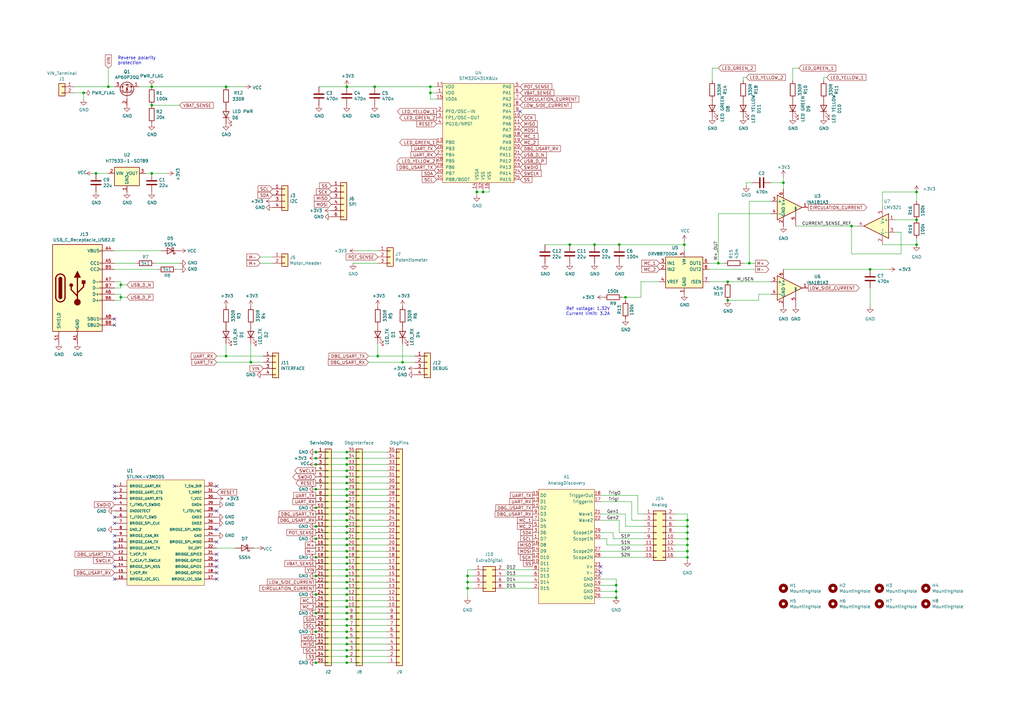
<source format=kicad_sch>
(kicad_sch (version 20211123) (generator eeschema)
  (paper "A3")
  (junction (at 191.77 241.3))
  (junction (at 191.77 236.22))
  (junction (at 165.1 148.59))
  (junction (at 142.24 218.44))
  (junction (at 62.23 71.12))
  (junction (at 142.24 261.62))
  (junction (at 243.84 100.33))
  (junction (at 307.34 107.95))
  (junction (at 129.54 259.08))
  (junction (at 142.24 256.54))
  (junction (at 195.58 78.74))
  (junction (at 142.24 223.52))
  (junction (at 142.24 198.12))
  (junction (at 142.24 205.74))
  (junction (at 281.94 215.9))
  (junction (at 254 100.33))
  (junction (at 191.77 238.76))
  (junction (at 176.53 35.56))
  (junction (at 129.54 228.6))
  (junction (at 153.67 35.56))
  (junction (at 142.24 226.06))
  (junction (at 49.53 116.84))
  (junction (at 142.24 233.68))
  (junction (at 256.54 121.92))
  (junction (at 281.94 228.6))
  (junction (at 142.24 185.42))
  (junction (at 142.24 251.46))
  (junction (at 281.94 218.44))
  (junction (at 142.24 271.78))
  (junction (at 102.87 148.59))
  (junction (at 142.24 269.24))
  (junction (at 375.92 78.74))
  (junction (at 142.24 236.22))
  (junction (at 129.54 187.96))
  (junction (at 142.24 213.36))
  (junction (at 298.45 115.57))
  (junction (at 129.54 185.42))
  (junction (at 62.23 43.18))
  (junction (at 92.71 146.05))
  (junction (at 129.54 208.28))
  (junction (at 142.24 220.98))
  (junction (at 375.92 90.17))
  (junction (at 142.24 246.38))
  (junction (at 142.24 248.92))
  (junction (at 356.87 110.49))
  (junction (at 129.54 220.98))
  (junction (at 129.54 243.84))
  (junction (at 142.24 241.3))
  (junction (at 252.73 240.03))
  (junction (at 142.24 187.96))
  (junction (at 154.94 146.05))
  (junction (at 321.31 74.93))
  (junction (at 92.71 35.56))
  (junction (at 252.73 245.11))
  (junction (at 281.94 220.98))
  (junction (at 142.24 208.28))
  (junction (at 142.24 259.08))
  (junction (at 375.92 100.33))
  (junction (at 142.24 210.82))
  (junction (at 349.25 92.71))
  (junction (at 176.53 38.1))
  (junction (at 129.54 236.22))
  (junction (at 252.73 242.57))
  (junction (at 281.94 226.06))
  (junction (at 142.24 243.84))
  (junction (at 298.45 123.19))
  (junction (at 142.24 231.14))
  (junction (at 142.24 190.5))
  (junction (at 129.54 215.9))
  (junction (at 129.54 190.5))
  (junction (at 39.37 71.12))
  (junction (at 142.24 215.9))
  (junction (at 142.24 266.7))
  (junction (at 142.24 200.66))
  (junction (at 129.54 251.46))
  (junction (at 142.24 254))
  (junction (at 198.12 78.74))
  (junction (at 142.24 228.6))
  (junction (at 142.24 195.58))
  (junction (at 142.24 203.2))
  (junction (at 142.24 238.76))
  (junction (at 44.45 35.56))
  (junction (at 233.68 100.33))
  (junction (at 49.53 121.92))
  (junction (at 294.64 107.95))
  (junction (at 281.94 213.36))
  (junction (at 280.67 100.33))
  (junction (at 129.54 200.66))
  (junction (at 62.23 35.56))
  (junction (at 142.24 193.04))
  (junction (at 281.94 223.52))
  (junction (at 129.54 271.78))
  (junction (at 34.29 38.1))
  (junction (at 142.24 264.16))
  (junction (at 142.24 35.56))
  (no_connect (at 46.99 201.93))
  (no_connect (at 88.9 217.17))
  (no_connect (at 246.38 232.41))
  (no_connect (at 246.38 234.95))
  (no_connect (at 46.99 237.49))
  (no_connect (at 46.99 222.25))
  (no_connect (at 46.99 133.35))
  (no_connect (at 88.9 232.41))
  (no_connect (at 88.9 227.33))
  (no_connect (at 46.99 219.71))
  (no_connect (at 88.9 229.87))
  (no_connect (at 46.99 199.39))
  (no_connect (at 46.99 204.47))
  (no_connect (at 88.9 237.49))
  (no_connect (at 88.9 222.25))
  (no_connect (at 88.9 199.39))
  (no_connect (at 46.99 214.63))
  (no_connect (at 46.99 224.79))
  (no_connect (at 46.99 232.41))
  (no_connect (at 46.99 130.81))
  (no_connect (at 213.36 45.72))
  (no_connect (at 88.9 234.95))
  (no_connect (at 88.9 209.55))
  (no_connect (at 46.99 212.09))
  (wire (pts (xy 251.46 220.98) (xy 264.16 220.98)))
  (wire (pts (xy 195.58 78.74) (xy 195.58 77.47)))
  (wire (pts (xy 165.1 148.59) (xy 151.13 148.59)))
  (wire (pts (xy 30.48 38.1) (xy 34.29 38.1)))
  (wire (pts (xy 142.24 220.98) (xy 158.75 220.98)))
  (wire (pts (xy 46.99 102.87) (xy 66.04 102.87)))
  (wire (pts (xy 327.66 27.94) (xy 325.12 27.94)))
  (wire (pts (xy 304.8 107.95) (xy 307.34 107.95)))
  (wire (pts (xy 129.54 208.28) (xy 142.24 208.28)))
  (wire (pts (xy 176.53 38.1) (xy 176.53 35.56)))
  (wire (pts (xy 154.94 146.05) (xy 170.18 146.05)))
  (wire (pts (xy 316.23 120.65) (xy 311.15 120.65)))
  (wire (pts (xy 49.53 118.11) (xy 46.99 118.11)))
  (wire (pts (xy 304.8 31.75) (xy 304.8 33.02)))
  (wire (pts (xy 55.88 107.95) (xy 46.99 107.95)))
  (wire (pts (xy 294.64 87.63) (xy 316.23 87.63)))
  (wire (pts (xy 246.38 240.03) (xy 252.73 240.03)))
  (wire (pts (xy 142.24 218.44) (xy 158.75 218.44)))
  (wire (pts (xy 306.07 31.75) (xy 304.8 31.75)))
  (wire (pts (xy 154.94 140.97) (xy 154.94 146.05)))
  (wire (pts (xy 142.24 256.54) (xy 158.75 256.54)))
  (wire (pts (xy 281.94 228.6) (xy 281.94 229.87)))
  (wire (pts (xy 57.15 35.56) (xy 62.23 35.56)))
  (wire (pts (xy 73.66 107.95) (xy 63.5 107.95)))
  (wire (pts (xy 142.24 261.62) (xy 158.75 261.62)))
  (wire (pts (xy 194.31 233.68) (xy 191.77 233.68)))
  (wire (pts (xy 107.95 148.59) (xy 102.87 148.59)))
  (wire (pts (xy 142.24 241.3) (xy 158.75 241.3)))
  (wire (pts (xy 246.38 237.49) (xy 252.73 237.49)))
  (wire (pts (xy 129.54 200.66) (xy 142.24 200.66)))
  (wire (pts (xy 142.24 264.16) (xy 158.75 264.16)))
  (wire (pts (xy 49.53 121.92) (xy 49.53 123.19)))
  (wire (pts (xy 129.54 233.68) (xy 142.24 233.68)))
  (wire (pts (xy 62.23 71.12) (xy 68.58 71.12)))
  (wire (pts (xy 129.54 218.44) (xy 142.24 218.44)))
  (wire (pts (xy 142.24 254) (xy 158.75 254)))
  (wire (pts (xy 233.68 100.33) (xy 243.84 100.33)))
  (wire (pts (xy 129.54 236.22) (xy 142.24 236.22)))
  (wire (pts (xy 349.25 92.71) (xy 349.25 104.14)))
  (wire (pts (xy 92.71 146.05) (xy 107.95 146.05)))
  (wire (pts (xy 276.86 228.6) (xy 281.94 228.6)))
  (wire (pts (xy 321.31 74.93) (xy 316.23 74.93)))
  (wire (pts (xy 325.12 27.94) (xy 325.12 33.02)))
  (wire (pts (xy 321.31 77.47) (xy 321.31 74.93)))
  (wire (pts (xy 281.94 223.52) (xy 281.94 226.06)))
  (wire (pts (xy 129.54 261.62) (xy 142.24 261.62)))
  (wire (pts (xy 243.84 100.33) (xy 254 100.33)))
  (wire (pts (xy 246.38 228.6) (xy 264.16 228.6)))
  (wire (pts (xy 294.64 107.95) (xy 297.18 107.95)))
  (wire (pts (xy 92.71 35.56) (xy 100.33 35.56)))
  (wire (pts (xy 142.24 243.84) (xy 158.75 243.84)))
  (wire (pts (xy 165.1 140.97) (xy 165.1 148.59)))
  (wire (pts (xy 102.87 148.59) (xy 88.9 148.59)))
  (wire (pts (xy 49.53 121.92) (xy 52.07 121.92)))
  (wire (pts (xy 129.54 248.92) (xy 142.24 248.92)))
  (wire (pts (xy 246.38 242.57) (xy 252.73 242.57)))
  (wire (pts (xy 46.99 35.56) (xy 44.45 35.56)))
  (wire (pts (xy 129.54 231.14) (xy 142.24 231.14)))
  (wire (pts (xy 369.57 95.25) (xy 367.03 95.25)))
  (wire (pts (xy 276.86 218.44) (xy 281.94 218.44)))
  (wire (pts (xy 256.54 215.9) (xy 264.16 215.9)))
  (wire (pts (xy 356.87 118.11) (xy 356.87 125.73)))
  (wire (pts (xy 246.38 220.98) (xy 248.92 220.98)))
  (wire (pts (xy 105.41 224.79) (xy 104.14 224.79)))
  (wire (pts (xy 281.94 220.98) (xy 281.94 223.52)))
  (wire (pts (xy 191.77 236.22) (xy 191.77 238.76)))
  (wire (pts (xy 262.89 115.57) (xy 270.51 115.57)))
  (wire (pts (xy 252.73 240.03) (xy 252.73 242.57)))
  (wire (pts (xy 276.86 223.52) (xy 281.94 223.52)))
  (wire (pts (xy 191.77 233.68) (xy 191.77 236.22)))
  (wire (pts (xy 351.79 92.71) (xy 349.25 92.71)))
  (wire (pts (xy 276.86 213.36) (xy 281.94 213.36)))
  (wire (pts (xy 280.67 102.87) (xy 280.67 100.33)))
  (wire (pts (xy 129.54 269.24) (xy 142.24 269.24)))
  (wire (pts (xy 337.82 31.75) (xy 337.82 33.02)))
  (wire (pts (xy 294.64 87.63) (xy 294.64 107.95)))
  (wire (pts (xy 307.34 82.55) (xy 307.34 107.95)))
  (wire (pts (xy 252.73 242.57) (xy 252.73 245.11)))
  (wire (pts (xy 281.94 215.9) (xy 281.94 218.44)))
  (wire (pts (xy 321.31 72.39) (xy 321.31 74.93)))
  (wire (pts (xy 39.37 71.12) (xy 44.45 71.12)))
  (wire (pts (xy 153.67 35.56) (xy 176.53 35.56)))
  (wire (pts (xy 369.57 104.14) (xy 369.57 95.25)))
  (wire (pts (xy 151.13 146.05) (xy 154.94 146.05)))
  (wire (pts (xy 142.24 35.56) (xy 153.67 35.56)))
  (wire (pts (xy 142.24 200.66) (xy 158.75 200.66)))
  (wire (pts (xy 49.53 116.84) (xy 52.07 116.84)))
  (wire (pts (xy 254 100.33) (xy 280.67 100.33)))
  (wire (pts (xy 49.53 116.84) (xy 49.53 118.11)))
  (wire (pts (xy 142.24 251.46) (xy 158.75 251.46)))
  (wire (pts (xy 129.54 213.36) (xy 142.24 213.36)))
  (wire (pts (xy 154.94 107.95) (xy 144.78 107.95)))
  (wire (pts (xy 129.54 195.58) (xy 142.24 195.58)))
  (wire (pts (xy 256.54 121.92) (xy 256.54 123.19)))
  (wire (pts (xy 246.38 210.82) (xy 256.54 210.82)))
  (wire (pts (xy 191.77 241.3) (xy 194.31 241.3)))
  (wire (pts (xy 170.18 148.59) (xy 165.1 148.59)))
  (wire (pts (xy 49.53 123.19) (xy 46.99 123.19)))
  (wire (pts (xy 142.24 215.9) (xy 158.75 215.9)))
  (wire (pts (xy 207.01 238.76) (xy 218.44 238.76)))
  (wire (pts (xy 290.83 115.57) (xy 298.45 115.57)))
  (wire (pts (xy 191.77 238.76) (xy 191.77 241.3)))
  (wire (pts (xy 62.23 43.18) (xy 73.66 43.18)))
  (wire (pts (xy 129.54 246.38) (xy 142.24 246.38)))
  (wire (pts (xy 207.01 236.22) (xy 218.44 236.22)))
  (wire (pts (xy 326.39 92.71) (xy 349.25 92.71)))
  (wire (pts (xy 259.08 213.36) (xy 264.16 213.36)))
  (wire (pts (xy 44.45 35.56) (xy 30.48 35.56)))
  (wire (pts (xy 276.86 210.82) (xy 281.94 210.82)))
  (wire (pts (xy 261.62 210.82) (xy 264.16 210.82)))
  (wire (pts (xy 102.87 140.97) (xy 102.87 148.59)))
  (wire (pts (xy 146.05 102.87) (xy 154.94 102.87)))
  (wire (pts (xy 142.24 246.38) (xy 158.75 246.38)))
  (wire (pts (xy 276.86 226.06) (xy 281.94 226.06)))
  (wire (pts (xy 129.54 205.74) (xy 142.24 205.74)))
  (wire (pts (xy 142.24 210.82) (xy 158.75 210.82)))
  (wire (pts (xy 142.24 185.42) (xy 158.75 185.42)))
  (wire (pts (xy 129.54 243.84) (xy 142.24 243.84)))
  (wire (pts (xy 142.24 213.36) (xy 158.75 213.36)))
  (wire (pts (xy 46.99 115.57) (xy 49.53 115.57)))
  (wire (pts (xy 246.38 226.06) (xy 264.16 226.06)))
  (wire (pts (xy 142.24 259.08) (xy 158.75 259.08)))
  (wire (pts (xy 129.54 203.2) (xy 142.24 203.2)))
  (wire (pts (xy 246.38 218.44) (xy 251.46 218.44)))
  (wire (pts (xy 106.68 105.41) (xy 111.76 105.41)))
  (wire (pts (xy 142.24 205.74) (xy 158.75 205.74)))
  (wire (pts (xy 339.09 31.75) (xy 337.82 31.75)))
  (wire (pts (xy 248.92 220.98) (xy 248.92 223.52)))
  (wire (pts (xy 361.95 100.33) (xy 375.92 100.33)))
  (wire (pts (xy 92.71 140.97) (xy 92.71 146.05)))
  (wire (pts (xy 129.54 226.06) (xy 142.24 226.06)))
  (wire (pts (xy 256.54 210.82) (xy 256.54 215.9)))
  (wire (pts (xy 142.24 203.2) (xy 158.75 203.2)))
  (wire (pts (xy 142.24 226.06) (xy 158.75 226.06)))
  (wire (pts (xy 176.53 40.64) (xy 176.53 38.1)))
  (wire (pts (xy 73.66 110.49) (xy 72.39 110.49)))
  (wire (pts (xy 246.38 203.2) (xy 261.62 203.2)))
  (wire (pts (xy 281.94 213.36) (xy 281.94 215.9)))
  (wire (pts (xy 46.99 120.65) (xy 49.53 120.65)))
  (wire (pts (xy 276.86 215.9) (xy 281.94 215.9)))
  (wire (pts (xy 142.24 238.76) (xy 158.75 238.76)))
  (wire (pts (xy 307.34 82.55) (xy 316.23 82.55)))
  (wire (pts (xy 129.54 251.46) (xy 142.24 251.46)))
  (wire (pts (xy 129.54 256.54) (xy 142.24 256.54)))
  (wire (pts (xy 129.54 271.78) (xy 142.24 271.78)))
  (wire (pts (xy 191.77 238.76) (xy 194.31 238.76)))
  (wire (pts (xy 259.08 205.74) (xy 259.08 213.36)))
  (wire (pts (xy 308.61 74.93) (xy 306.07 74.93)))
  (wire (pts (xy 142.24 35.56) (xy 130.81 35.56)))
  (wire (pts (xy 129.54 241.3) (xy 142.24 241.3)))
  (wire (pts (xy 88.9 146.05) (xy 92.71 146.05)))
  (wire (pts (xy 142.24 223.52) (xy 158.75 223.52)))
  (wire (pts (xy 129.54 187.96) (xy 142.24 187.96)))
  (wire (pts (xy 176.53 35.56) (xy 179.07 35.56)))
  (wire (pts (xy 255.27 121.92) (xy 256.54 121.92)))
  (wire (pts (xy 142.24 193.04) (xy 158.75 193.04)))
  (wire (pts (xy 129.54 190.5) (xy 142.24 190.5)))
  (wire (pts (xy 64.77 110.49) (xy 46.99 110.49)))
  (wire (pts (xy 191.77 236.22) (xy 194.31 236.22)))
  (wire (pts (xy 129.54 220.98) (xy 142.24 220.98)))
  (wire (pts (xy 129.54 264.16) (xy 142.24 264.16)))
  (wire (pts (xy 142.24 236.22) (xy 158.75 236.22)))
  (wire (pts (xy 49.53 115.57) (xy 49.53 116.84)))
  (wire (pts (xy 252.73 237.49) (xy 252.73 240.03)))
  (wire (pts (xy 246.38 213.36) (xy 254 213.36)))
  (wire (pts (xy 142.24 208.28) (xy 158.75 208.28)))
  (wire (pts (xy 191.77 241.3) (xy 191.77 245.11)))
  (wire (pts (xy 207.01 241.3) (xy 218.44 241.3)))
  (wire (pts (xy 129.54 185.42) (xy 142.24 185.42)))
  (wire (pts (xy 179.07 40.64) (xy 176.53 40.64)))
  (wire (pts (xy 276.86 220.98) (xy 281.94 220.98)))
  (wire (pts (xy 311.15 120.65) (xy 311.15 123.19)))
  (wire (pts (xy 62.23 35.56) (xy 92.71 35.56)))
  (wire (pts (xy 349.25 104.14) (xy 369.57 104.14)))
  (wire (pts (xy 309.88 110.49) (xy 290.83 110.49)))
  (wire (pts (xy 281.94 210.82) (xy 281.94 213.36)))
  (wire (pts (xy 142.24 198.12) (xy 158.75 198.12)))
  (wire (pts (xy 142.24 187.96) (xy 158.75 187.96)))
  (wire (pts (xy 34.29 38.1) (xy 34.29 40.64)))
  (wire (pts (xy 142.24 228.6) (xy 158.75 228.6)))
  (wire (pts (xy 254 218.44) (xy 264.16 218.44)))
  (wire (pts (xy 142.24 269.24) (xy 158.75 269.24)))
  (wire (pts (xy 356.87 110.49) (xy 364.49 110.49)))
  (wire (pts (xy 142.24 248.92) (xy 158.75 248.92)))
  (wire (pts (xy 281.94 226.06) (xy 281.94 228.6)))
  (wire (pts (xy 142.24 190.5) (xy 158.75 190.5)))
  (wire (pts (xy 248.92 223.52) (xy 264.16 223.52)))
  (wire (pts (xy 361.95 78.74) (xy 361.95 85.09)))
  (wire (pts (xy 129.54 215.9) (xy 142.24 215.9)))
  (wire (pts (xy 142.24 233.68) (xy 158.75 233.68)))
  (wire (pts (xy 307.34 107.95) (xy 309.88 107.95)))
  (wire (pts (xy 59.69 71.12) (xy 62.23 71.12)))
  (wire (pts (xy 375.92 100.33) (xy 375.92 97.79)))
  (wire (pts (xy 375.92 78.74) (xy 361.95 78.74)))
  (wire (pts (xy 261.62 203.2) (xy 261.62 210.82)))
  (wire (pts (xy 129.54 266.7) (xy 142.24 266.7)))
  (wire (pts (xy 142.24 266.7) (xy 158.75 266.7)))
  (wire (pts (xy 200.66 77.47) (xy 200.66 78.74)))
  (wire (pts (xy 321.31 110.49) (xy 356.87 110.49)))
  (wire (pts (xy 129.54 223.52) (xy 142.24 223.52)))
  (wire (pts (xy 207.01 233.68) (xy 218.44 233.68)))
  (wire (pts (xy 179.07 38.1) (xy 176.53 38.1)))
  (wire (pts (xy 251.46 218.44) (xy 251.46 220.98)))
  (wire (pts (xy 306.07 74.93) (xy 306.07 76.2)))
  (wire (pts (xy 367.03 90.17) (xy 375.92 90.17)))
  (wire (pts (xy 142.24 271.78) (xy 158.75 271.78)))
  (wire (pts (xy 262.89 121.92) (xy 262.89 115.57)))
  (wire (pts (xy 256.54 121.92) (xy 262.89 121.92)))
  (wire (pts (xy 223.52 100.33) (xy 233.68 100.33)))
  (wire (pts (xy 129.54 228.6) (xy 142.24 228.6)))
  (wire (pts (xy 254 213.36) (xy 254 218.44)))
  (wire (pts (xy 129.54 210.82) (xy 142.24 210.82)))
  (wire (pts (xy 198.12 77.47) (xy 198.12 78.74)))
  (wire (pts (xy 375.92 78.74) (xy 375.92 82.55)))
  (wire (pts (xy 292.1 27.94) (xy 292.1 33.02)))
  (wire (pts (xy 142.24 195.58) (xy 158.75 195.58)))
  (wire (pts (xy 281.94 218.44) (xy 281.94 220.98)))
  (wire (pts (xy 88.9 224.79) (xy 96.52 224.79)))
  (wire (pts (xy 129.54 198.12) (xy 142.24 198.12)))
  (wire (pts (xy 298.45 115.57) (xy 316.23 115.57)))
  (wire (pts (xy 280.67 100.33) (xy 280.67 99.06)))
  (wire (pts (xy 44.45 27.94) (xy 44.45 35.56)))
  (wire (pts (xy 129.54 238.76) (xy 142.24 238.76)))
  (wire (pts (xy 129.54 254) (xy 142.24 254)))
  (wire (pts (xy 246.38 205.74) (xy 259.08 205.74)))
  (wire (pts (xy 49.53 120.65) (xy 49.53 121.92)))
  (wire (pts (xy 246.38 245.11) (xy 252.73 245.11)))
  (wire (pts (xy 200.66 78.74) (xy 198.12 78.74)))
  (wire (pts (xy 294.64 27.94) (xy 292.1 27.94)))
  (wire (pts (xy 111.76 107.95) (xy 106.68 107.95)))
  (wire (pts (xy 142.24 231.14) (xy 158.75 231.14)))
  (wire (pts (xy 195.58 80.01) (xy 195.58 78.74)))
  (wire (pts (xy 298.45 123.19) (xy 311.15 123.19)))
  (wire (pts (xy 290.83 107.95) (xy 294.64 107.95)))
  (wire (pts (xy 38.1 71.12) (xy 39.37 71.12)))
  (wire (pts (xy 129.54 259.08) (xy 142.24 259.08)))
  (wire (pts (xy 129.54 193.04) (xy 142.24 193.04)))
  (wire (pts (xy 198.12 78.74) (xy 195.58 78.74)))
  (text "Ref voltage: 1.32V\nCurrent limit: 3.2A" (at 250.19 129.54 180) (effects (font (size 1.27 1.27)) (justify right bottom)))
  (text "Reverse polarity\nprotection" (at 48.26 26.67 0) (effects (font (size 1.27 1.27)) (justify left bottom)))
  (label "D12" (at 207.645 233.68 0))
  (label "TrigI" (at 249.555 205.74 0))
  (label "D14" (at 207.645 238.76 0))
  (label "S2P" (at 254.635 226.06 0))
  (label "M+_OUT" (at 294.64 106.68 90))
  (label "Gen2" (at 248.92 213.36 0))
  (label "S1N" (at 254.635 223.52 0))
  (label "S2N" (at 254.635 228.6 0))
  (label "D13" (at 207.645 236.22 0))
  (label "Gen1" (at 248.92 210.82 0))
  (label "S1P" (at 254.635 220.98 0))
  (label "TrigO" (at 249.555 203.2 0))
  (label "D15" (at 207.645 241.3 0))
  (label "M_ISEN" (at 302.26 115.57 0))
  (label "CURRENT_SENSE_REF" (at 328.93 92.71 0))
  (global_label "DBG_USART_TX" (shape input) (at 179.07 68.58 180) (property "Intersheet References" "${INTERSHEET_REFS}" (effects hide)))
  (global_label "SWCLK" (shape input) (at 213.36 71.12 0) (property "Intersheet References" "${INTERSHEET_REFS}" (effects hide)))
  (global_label "MC_1" (shape input) (at 270.51 107.95 180) (property "Intersheet References" "${INTERSHEET_REFS}" (effects hide)))
  (global_label "M-" (shape input) (at 106.68 105.41 180) (property "Intersheet References" "${INTERSHEET_REFS}" (effects hide)))
  (global_label "DBG_USART_RX" (shape input) (at 46.99 234.95 180) (property "Intersheet References" "${INTERSHEET_REFS}" (effects hide)))
  (global_label "DBG_USART_RX" (shape input) (at 151.13 148.59 180) (property "Intersheet References" "${INTERSHEET_REFS}" (effects hide)))
  (global_label "MC_2" (shape passive) (at 218.44 215.9 180) (property "Intersheet References" "${INTERSHEET_REFS}" (effects hide)))
  (global_label "VBAT_SENSE" (shape input) (at 213.36 38.1 0) (property "Intersheet References" "${INTERSHEET_REFS}" (effects hide)))
  (global_label "LED_YELLOW_2" (shape output) (at 179.07 66.04 180) (property "Intersheet References" "${INTERSHEET_REFS}" (effects hide)))
  (global_label "CIRCULATION_CURRENT" (shape input) (at 213.36 40.64 0) (property "Intersheet References" "${INTERSHEET_REFS}" (effects hide)))
  (global_label "SWDIO" (shape input) (at 213.36 68.58 0) (property "Intersheet References" "${INTERSHEET_REFS}" (effects hide)))
  (global_label "VIN" (shape passive) (at 129.54 233.68 180) (property "Intersheet References" "${INTERSHEET_REFS}" (effects hide)))
  (global_label "SWDIO" (shape bidirectional) (at 129.54 195.58 180) (property "Intersheet References" "${INTERSHEET_REFS}" (effects hide)))
  (global_label "SDA" (shape passive) (at 218.44 218.44 180) (property "Intersheet References" "${INTERSHEET_REFS}" (effects hide)))
  (global_label "CIRCULATION_CURRENT" (shape output) (at 331.47 85.09 0) (property "Intersheet References" "${INTERSHEET_REFS}" (effects hide)))
  (global_label "MISO" (shape passive) (at 129.54 264.16 180) (property "Intersheet References" "${INTERSHEET_REFS}" (effects hide)))
  (global_label "RESET" (shape output) (at 129.54 198.12 180) (property "Intersheet References" "${INTERSHEET_REFS}" (effects hide)))
  (global_label "DBG_USART_RX" (shape input) (at 213.36 60.96 0) (property "Intersheet References" "${INTERSHEET_REFS}" (effects hide)))
  (global_label "UART_RX" (shape passive) (at 129.54 205.74 180) (property "Intersheet References" "${INTERSHEET_REFS}" (effects hide)))
  (global_label "DBG_USART_RX" (shape passive) (at 129.54 213.36 180) (property "Intersheet References" "${INTERSHEET_REFS}" (effects hide)))
  (global_label "POT_SENSE" (shape input) (at 154.94 105.41 180) (property "Intersheet References" "${INTERSHEET_REFS}" (effects hide)))
  (global_label "LED_GREEN_2" (shape output) (at 179.07 48.26 180) (property "Intersheet References" "${INTERSHEET_REFS}" (effects hide)))
  (global_label "LOW_SIDE_CURRENT" (shape output) (at 331.47 118.11 0) (property "Intersheet References" "${INTERSHEET_REFS}" (effects hide)))
  (global_label "VIN" (shape input) (at 107.95 151.13 180) (property "Intersheet References" "${INTERSHEET_REFS}" (effects hide)))
  (global_label "MC_1" (shape passive) (at 218.44 213.36 180) (property "Intersheet References" "${INTERSHEET_REFS}" (effects hide)))
  (global_label "LOW_SIDE_CURRENT" (shape input) (at 213.36 43.18 0) (property "Intersheet References" "${INTERSHEET_REFS}" (effects hide)))
  (global_label "MC_1" (shape input) (at 213.36 55.88 0) (property "Intersheet References" "${INTERSHEET_REFS}" (effects hide)))
  (global_label "POT_SENSE" (shape passive) (at 129.54 218.44 180) (property "Intersheet References" "${INTERSHEET_REFS}" (effects hide)))
  (global_label "POT_SENSE" (shape input) (at 213.36 35.56 0) (property "Intersheet References" "${INTERSHEET_REFS}" (effects hide)))
  (global_label "VBAT_SENSE" (shape passive) (at 129.54 231.14 180) (property "Intersheet References" "${INTERSHEET_REFS}" (effects hide)))
  (global_label "SCK" (shape input) (at 213.36 48.26 0) (property "Intersheet References" "${INTERSHEET_REFS}" (effects hide)))
  (global_label "LED_GREEN_2" (shape input) (at 294.64 27.94 0) (property "Intersheet References" "${INTERSHEET_REFS}" (effects hide)))
  (global_label "MOSI" (shape input) (at 135.89 83.82 180) (property "Intersheet References" "${INTERSHEET_REFS}" (effects hide)))
  (global_label "MOSI" (shape input) (at 213.36 53.34 0) (property "Intersheet References" "${INTERSHEET_REFS}" (effects hide)))
  (global_label "LOW_SIDE_CURRENT" (shape passive) (at 129.54 238.76 180) (property "Intersheet References" "${INTERSHEET_REFS}" (effects hide)))
  (global_label "M+" (shape passive) (at 129.54 223.52 180) (property "Intersheet References" "${INTERSHEET_REFS}" (effects hide)))
  (global_label "LED_YELLOW_1" (shape output) (at 179.07 45.72 180) (property "Intersheet References" "${INTERSHEET_REFS}" (effects hide)))
  (global_label "USB_D_N" (shape input) (at 213.36 63.5 0) (property "Intersheet References" "${INTERSHEET_REFS}" (effects hide)))
  (global_label "LED_YELLOW_2" (shape input) (at 306.07 31.75 0) (property "Intersheet References" "${INTERSHEET_REFS}" (effects hide)))
  (global_label "MC_1" (shape passive) (at 129.54 246.38 180) (property "Intersheet References" "${INTERSHEET_REFS}" (effects hide)))
  (global_label "M+" (shape output) (at 309.88 107.95 0) (property "Intersheet References" "${INTERSHEET_REFS}" (effects hide)))
  (global_label "MISO" (shape passive) (at 218.44 223.52 180) (property "Intersheet References" "${INTERSHEET_REFS}" (effects hide)))
  (global_label "LED_GREEN_1" (shape input) (at 327.66 27.94 0) (property "Intersheet References" "${INTERSHEET_REFS}" (effects hide)))
  (global_label "UART_RX" (shape input) (at 88.9 146.05 180) (property "Intersheet References" "${INTERSHEET_REFS}" (effects hide)))
  (global_label "UART_TX" (shape input) (at 88.9 148.59 180) (property "Intersheet References" "${INTERSHEET_REFS}" (effects hide)))
  (global_label "DBG_USART_TX" (shape passive) (at 129.54 210.82 180) (property "Intersheet References" "${INTERSHEET_REFS}" (effects hide)))
  (global_label "UART_TX" (shape passive) (at 129.54 203.2 180) (property "Intersheet References" "${INTERSHEET_REFS}" (effects hide)))
  (global_label "SS" (shape input) (at 135.89 76.2 180) (property "Intersheet References" "${INTERSHEET_REFS}" (effects hide)))
  (global_label "SCK" (shape passive) (at 129.54 266.7 180) (property "Intersheet References" "${INTERSHEET_REFS}" (effects hide)))
  (global_label "MOSI" (shape passive) (at 129.54 261.62 180) (property "Intersheet References" "${INTERSHEET_REFS}" (effects hide)))
  (global_label "M-" (shape passive) (at 129.54 226.06 180) (property "Intersheet References" "${INTERSHEET_REFS}" (effects hide)))
  (global_label "UART_TX" (shape input) (at 179.07 60.96 180) (property "Intersheet References" "${INTERSHEET_REFS}" (effects hide)))
  (global_label "UART_TX" (shape passive) (at 218.44 203.2 180) (property "Intersheet References" "${INTERSHEET_REFS}" (effects hide)))
  (global_label "DBG_USART_TX" (shape input) (at 46.99 227.33 180) (property "Intersheet References" "${INTERSHEET_REFS}" (effects hide)))
  (global_label "SCL" (shape input) (at 179.07 73.66 180) (property "Intersheet References" "${INTERSHEET_REFS}" (effects hide)))
  (global_label "SS" (shape passive) (at 218.44 231.14 180) (property "Intersheet References" "${INTERSHEET_REFS}" (effects hide)))
  (global_label "M+" (shape input) (at 106.68 107.95 180) (property "Intersheet References" "${INTERSHEET_REFS}" (effects hide)))
  (global_label "RESET" (shape input) (at 179.07 50.8 180) (property "Intersheet References" "${INTERSHEET_REFS}" (effects hide)))
  (global_label "SDA" (shape input) (at 111.76 80.01 180) (property "Intersheet References" "${INTERSHEET_REFS}" (effects hide)))
  (global_label "MOSI" (shape passive) (at 218.44 226.06 180) (property "Intersheet References" "${INTERSHEET_REFS}" (effects hide)))
  (global_label "CIRCULATION_CURRENT" (shape passive) (at 129.54 241.3 180) (property "Intersheet References" "${INTERSHEET_REFS}" (effects hide)))
  (global_label "SDA" (shape passive) (at 129.54 254 180) (property "Intersheet References" "${INTERSHEET_REFS}" (effects hide)))
  (global_label "LED_YELLOW_1" (shape input) (at 339.09 31.75 0) (property "Intersheet References" "${INTERSHEET_REFS}" (effects hide)))
  (global_label "USB_D_N" (shape input) (at 52.07 116.84 0) (property "Intersheet References" "${INTERSHEET_REFS}" (effects hide)))
  (global_label "MC_2" (shape passive) (at 129.54 248.92 180) (property "Intersheet References" "${INTERSHEET_REFS}" (effects hide)))
  (global_label "SCK" (shape input) (at 135.89 78.74 180) (property "Intersheet References" "${INTERSHEET_REFS}" (effects hide)))
  (global_label "SCL" (shape passive) (at 129.54 256.54 180) (property "Intersheet References" "${INTERSHEET_REFS}" (effects hide)))
  (global_label "USB_D_P" (shape input) (at 213.36 66.04 0) (property "Intersheet References" "${INTERSHEET_REFS}" (effects hide)))
  (global_label "SWCLK" (shape output) (at 129.54 193.04 180) (property "Intersheet References" "${INTERSHEET_REFS}" (effects hide)))
  (global_label "VIN" (shape input) (at 44.45 27.94 90) (property "Intersheet References" "${INTERSHEET_REFS}" (effects hide)))
  (global_label "DBG_USART_TX" (shape input) (at 151.13 146.05 180) (property "Intersheet References" "${INTERSHEET_REFS}" (effects hide)))
  (global_label "VBAT_SENSE" (shape input) (at 73.66 43.18 0) (property "Intersheet References" "${INTERSHEET_REFS}" (effects hide)))
  (global_label "SS" (shape passive) (at 129.54 269.24 180) (property "Intersheet References" "${INTERSHEET_REFS}" (effects hide)))
  (global_label "MISO" (shape input) (at 135.89 81.28 180) (property "Intersheet References" "${INTERSHEET_REFS}" (effects hide)))
  (global_label "DBG_USART_TX" (shape passive) (at 218.44 208.28 180) (property "Intersheet References" "${INTERSHEET_REFS}" (effects hide)))
  (global_label "SCL" (shape passive) (at 218.44 220.98 180) (property "Intersheet References" "${INTERSHEET_REFS}" (effects hide)))
  (global_label "USB_D_P" (shape input) (at 52.07 121.92 0) (property "Intersheet References" "${INTERSHEET_REFS}" (effects hide)))
  (global_label "RESET" (shape input) (at 88.9 201.93 0) (property "Intersheet References" "${INTERSHEET_REFS}" (effects hide)))
  (global_label "M-" (shape output) (at 309.88 110.49 0) (property "Intersheet References" "${INTERSHEET_REFS}" (effects hide)))
  (global_label "MISO" (shape input) (at 213.36 50.8 0) (property "Intersheet References" "${INTERSHEET_REFS}" (effects hide)))
  (global_label "SWCLK" (shape input) (at 46.99 229.87 180) (property "Intersheet References" "${INTERSHEET_REFS}" (effects hide)))
  (global_label "SS" (shape input) (at 213.36 73.66 0) (property "Intersheet References" "${INTERSHEET_REFS}" (effects hide)))
  (global_label "SCK" (shape passive) (at 218.44 228.6 180) (property "Intersheet References" "${INTERSHEET_REFS}" (effects hide)))
  (global_label "SWDIO" (shape input) (at 46.99 207.01 180) (property "Intersheet References" "${INTERSHEET_REFS}" (effects hide)))
  (global_label "MC_2" (shape input) (at 270.51 110.49 180) (property "Intersheet References" "${INTERSHEET_REFS}" (effects hide)))
  (global_label "DBG_USART_RX" (shape passive) (at 218.44 210.82 180) (property "Intersheet References" "${INTERSHEET_REFS}" (effects hide)))
  (global_label "LED_GREEN_1" (shape output) (at 179.07 58.42 180) (property "Intersheet References" "${INTERSHEET_REFS}" (effects hide)))
  (global_label "SDA" (shape input) (at 179.07 71.12 180) (property "Intersheet References" "${INTERSHEET_REFS}" (effects hide)))
  (global_label "UART_RX" (shape input) (at 179.07 63.5 180) (property "Intersheet References" "${INTERSHEET_REFS}" (effects hide)))
  (global_label "UART_RX" (shape passive) (at 218.44 205.74 180) (property "Intersheet References" "${INTERSHEET_REFS}" (effects hide)))
  (global_label "SCL" (shape input) (at 111.76 77.47 180) (property "Intersheet References" "${INTERSHEET_REFS}" (effects hide)))
  (global_label "MC_2" (shape input) (at 213.36 58.42 0) (property "Intersheet References" "${INTERSHEET_REFS}" (effects hide)))
  (symbol (lib_id "Driver_Motor:DRV8870DDA") (at 280.67 110.49 0) (unit 1)
    (property "Reference" "U5" (at 276.86 101.6 0))
    (property "Value" "DRV8870DDA" (at 271.78 104.14 0))
    (property "Footprint" "Package_SO:Texas_HTSOP-8-1EP_3.9x4.9mm_P1.27mm_EP2.95x4.9mm_Mask2.4x3.1mm_ThermalVias" (effects hide))
    (property "Datasheet" "http://www.ti.com/lit/ds/symlink/drv8870.pdf" (effects hide))
    (property "LCSC" "C86590" (effects hide))
    (property "JLCPCB_CORRECTION" "0;0;-90" (effects hide))
  )
  (symbol (lib_id "power:GND") (at 280.67 120.65 0) (unit 1)
    (property "Reference" "#PWR064" (effects hide))
    (property "Value" "GND" (at 280.797 125.0442 0))
  )
  (symbol (lib_id "power:GND") (at 298.45 123.19 0) (unit 1)
    (property "Reference" "#PWR066" (effects hide))
    (property "Value" "GND" (at 298.577 127.5842 0))
  )
  (symbol (lib_id "power:VCC") (at 280.67 99.06 0) (unit 1)
    (property "Reference" "#PWR063" (effects hide))
    (property "Value" "VCC" (at 281.051 94.6658 0))
  )
  (symbol (lib_id "Device:C") (at 254 104.14 0) (unit 1)
    (property "Reference" "C6" (at 256.921 102.9716 0) (effects (justify left)))
    (property "Value" "100n" (at 256.921 105.283 0) (effects (justify left)))
    (property "Footprint" "Capacitor_SMD:C_0603_1608Metric" (effects hide))
    (property "LCSC" "C14663" (effects hide))
  )
  (symbol (lib_id "Device:C") (at 243.84 104.14 0) (unit 1)
    (property "Reference" "C8" (at 246.761 102.9716 0) (effects (justify left)))
    (property "Value" "22u" (at 246.761 105.283 0) (effects (justify left)))
    (property "Footprint" "Capacitor_SMD:C_0805_2012Metric" (effects hide))
    (property "LCSC" "C2922481" (effects hide))
  )
  (symbol (lib_id "power:GND") (at 254 107.95 0) (unit 1)
    (property "Reference" "#PWR069" (effects hide))
    (property "Value" "GND" (at 254.127 112.3442 0))
  )
  (symbol (lib_id "power:GND") (at 243.84 107.95 0) (unit 1)
    (property "Reference" "#PWR074" (effects hide))
    (property "Value" "GND" (at 243.967 112.3442 0))
  )
  (symbol (lib_id "power:GND") (at 233.68 107.95 0) (unit 1)
    (property "Reference" "#PWR079" (effects hide))
    (property "Value" "GND" (at 233.807 112.3442 0))
  )
  (symbol (lib_id "power:GND") (at 223.52 107.95 0) (unit 1)
    (property "Reference" "#PWR081" (effects hide))
    (property "Value" "GND" (at 223.647 112.3442 0))
  )
  (symbol (lib_id "projectSymbols:STM32G431K6Ux") (at 195.58 54.61 0) (unit 1)
    (property "Reference" "U4" (at 196.215 29.845 0))
    (property "Value" "STM32G431K6Ux" (at 196.215 32.1564 0))
    (property "Footprint" "projectFootprints:STM32FG431-32" (effects hide))
    (property "LCSC" "C1236625" (effects hide))
  )
  (symbol (lib_id "Device:C") (at 233.68 104.14 0) (unit 1)
    (property "Reference" "C11" (at 236.601 102.9716 0) (effects (justify left)))
    (property "Value" "22u" (at 236.601 105.283 0) (effects (justify left)))
    (property "Footprint" "Capacitor_SMD:C_0805_2012Metric" (effects hide))
    (property "LCSC" "C2922481" (effects hide))
  )
  (symbol (lib_id "Device:C") (at 223.52 104.14 0) (unit 1)
    (property "Reference" "C12" (at 226.441 102.9716 0) (effects (justify left)))
    (property "Value" "22u" (at 226.441 105.283 0) (effects (justify left)))
    (property "Footprint" "Capacitor_SMD:C_0805_2012Metric" (effects hide))
    (property "LCSC" "C2922481" (effects hide))
  )
  (symbol (lib_id "power:GND") (at 195.58 80.01 0) (unit 1)
    (property "Reference" "#PWR048" (effects hide))
    (property "Value" "GND" (at 195.707 84.4042 0))
  )
  (symbol (lib_id "Device:C") (at 142.24 39.37 0) (unit 1)
    (property "Reference" "C4" (at 145.161 38.2016 0) (effects (justify left)))
    (property "Value" "470n" (at 145.161 40.513 0) (effects (justify left)))
    (property "Footprint" "Capacitor_SMD:C_0402_1005Metric" (effects hide))
    (property "LCSC" "C47339" (effects hide))
  )
  (symbol (lib_id "power:GND") (at 153.67 43.18 0) (unit 1)
    (property "Reference" "#PWR043" (effects hide))
    (property "Value" "GND" (at 153.797 47.5742 0))
  )
  (symbol (lib_id "power:GND") (at 130.81 43.18 0) (unit 1)
    (property "Reference" "#PWR040" (effects hide))
    (property "Value" "GND" (at 130.937 47.5742 0))
  )
  (symbol (lib_id "power:GND") (at 142.24 43.18 0) (unit 1)
    (property "Reference" "#PWR042" (effects hide))
    (property "Value" "GND" (at 142.367 47.5742 0))
  )
  (symbol (lib_id "power:+3V3") (at 142.24 35.56 0) (unit 1)
    (property "Reference" "#PWR041" (effects hide))
    (property "Value" "+3V3" (at 142.621 31.1658 0))
  )
  (symbol (lib_id "Device:C") (at 130.81 39.37 0) (unit 1)
    (property "Reference" "C3" (at 133.731 38.2016 0) (effects (justify left)))
    (property "Value" "470n" (at 133.731 40.513 0) (effects (justify left)))
    (property "Footprint" "Capacitor_SMD:C_0402_1005Metric" (effects hide))
    (property "LCSC" "C47339" (effects hide))
  )
  (symbol (lib_id "Device:C") (at 153.67 39.37 0) (unit 1)
    (property "Reference" "C5" (at 156.591 38.2016 0) (effects (justify left)))
    (property "Value" "470n" (at 156.591 40.513 0) (effects (justify left)))
    (property "Footprint" "Capacitor_SMD:C_0402_1005Metric" (effects hide))
    (property "LCSC" "C47339" (effects hide))
  )
  (symbol (lib_id "projectSymbols:STLINK-V3MODS") (at 67.31 215.9 0) (unit 1)
    (property "Reference" "U1" (at 53.34 193.04 0))
    (property "Value" "STLINK-V3MODS" (at 59.69 195.58 0))
    (property "Footprint" "projectFootprints:MOD_STLINK-V3M_MB1467" (effects hide))
    (property "VENDOR" "STMicroelectronics" (effects hide))
    (property "MANUFACTURER_PART_NUMBER" "STLINKV3MOS" (effects hide))
    (property "JLCPCB_IGNORE" "IGNORE" (effects hide))
  )
  (symbol (lib_id "power:GND") (at 46.99 217.17 270) (unit 1)
    (property "Reference" "#PWR04" (effects hide))
    (property "Value" "GND" (at 43.7388 217.297 90) (effects (justify right)))
  )
  (symbol (lib_id "power:GND") (at 46.99 209.55 270) (unit 1)
    (property "Reference" "#PWR03" (effects hide))
    (property "Value" "GND" (at 43.7388 209.677 90) (effects (justify right)))
  )
  (symbol (lib_id "power:GND") (at 88.9 219.71 90) (unit 1)
    (property "Reference" "#PWR020" (effects hide))
    (property "Value" "GND" (at 92.1512 219.583 90) (effects (justify right)))
  )
  (symbol (lib_id "power:GND") (at 88.9 214.63 90) (unit 1)
    (property "Reference" "#PWR019" (effects hide))
    (property "Value" "GND" (at 92.1512 214.503 90) (effects (justify right)))
  )
  (symbol (lib_id "power:GND") (at 88.9 212.09 90) (unit 1)
    (property "Reference" "#PWR018" (effects hide))
    (property "Value" "GND" (at 92.1512 211.963 90) (effects (justify right)))
  )
  (symbol (lib_id "power:GND") (at 88.9 207.01 90) (unit 1)
    (property "Reference" "#PWR017" (effects hide))
    (property "Value" "GND" (at 92.1512 206.883 90) (effects (justify right)))
  )
  (symbol (lib_id "Device:R") (at 337.82 36.83 0) (unit 1)
    (property "Reference" "R11" (at 343.0778 36.83 90))
    (property "Value" "330R" (at 340.7664 36.83 90))
    (property "Footprint" "Resistor_SMD:R_0402_1005Metric" (effects hide))
    (property "LCSC" "C25104" (effects hide))
  )
  (symbol (lib_id "Device:LED") (at 337.82 44.45 90) (unit 1)
    (property "Reference" "D10" (at 344.297 44.6278 0))
    (property "Value" "LED YELLOW" (at 341.9856 44.6278 0))
    (property "Footprint" "LED_SMD:LED_0603_1608Metric" (effects hide))
    (property "LCSC" "C72038" (effects hide))
  )
  (symbol (lib_id "power:GND") (at 337.82 48.26 0) (unit 1)
    (property "Reference" "#PWR082" (effects hide))
    (property "Value" "GND" (at 337.947 52.6542 0))
  )
  (symbol (lib_id "Device:R") (at 325.12 36.83 0) (unit 1)
    (property "Reference" "R10" (at 330.3778 36.83 90))
    (property "Value" "330R" (at 328.0664 36.83 90))
    (property "Footprint" "Resistor_SMD:R_0402_1005Metric" (effects hide))
    (property "LCSC" "C25104" (effects hide))
  )
  (symbol (lib_id "Device:LED") (at 325.12 44.45 90) (unit 1)
    (property "Reference" "D9" (at 331.597 44.6278 0))
    (property "Value" "LED GREEN" (at 329.2856 44.6278 0))
    (property "Footprint" "LED_SMD:LED_0603_1608Metric" (effects hide))
    (property "LCSC" "C72043" (effects hide))
  )
  (symbol (lib_id "power:GND") (at 325.12 48.26 0) (unit 1)
    (property "Reference" "#PWR080" (effects hide))
    (property "Value" "GND" (at 325.247 52.6542 0))
  )
  (symbol (lib_id "Device:R") (at 62.23 39.37 0) (unit 1)
    (property "Reference" "R1" (at 64.008 38.2016 0) (effects (justify left)))
    (property "Value" "100k" (at 64.008 40.513 0) (effects (justify left)))
    (property "Footprint" "Resistor_SMD:R_0402_1005Metric" (effects hide))
    (property "LCSC" "C25741" (effects hide))
  )
  (symbol (lib_id "Device:R") (at 62.23 46.99 0) (unit 1)
    (property "Reference" "R2" (at 64.008 45.8216 0) (effects (justify left)))
    (property "Value" "20k" (at 64.008 48.133 0) (effects (justify left)))
    (property "Footprint" "Resistor_SMD:R_0402_1005Metric" (effects hide))
    (property "LCSC" "C25765" (effects hide))
  )
  (symbol (lib_id "power:GND") (at 62.23 50.8 0) (unit 1)
    (property "Reference" "#PWR010" (effects hide))
    (property "Value" "GND" (at 62.357 55.1942 0))
  )
  (symbol (lib_id "power:VCC") (at 100.33 35.56 270) (unit 1)
    (property "Reference" "#PWR011" (effects hide))
    (property "Value" "VCC" (at 103.5812 35.941 90) (effects (justify left)))
  )
  (symbol (lib_id "Device:C") (at 62.23 74.93 0) (unit 1)
    (property "Reference" "C1" (at 65.151 73.7616 0) (effects (justify left)))
    (property "Value" "22u" (at 65.151 76.073 0) (effects (justify left)))
    (property "Footprint" "Capacitor_SMD:C_0805_2012Metric" (effects hide))
    (property "LCSC" "C2922481" (effects hide))
  )
  (symbol (lib_id "power:GND") (at 62.23 78.74 0) (unit 1)
    (property "Reference" "#PWR025" (effects hide))
    (property "Value" "GND" (at 62.357 83.1342 0))
  )
  (symbol (lib_id "power:GND") (at 52.07 78.74 0) (unit 1)
    (property "Reference" "#PWR023" (effects hide))
    (property "Value" "GND" (at 52.197 83.1342 0))
  )
  (symbol (lib_id "power:+3V3") (at 68.58 71.12 270) (unit 1)
    (property "Reference" "#PWR031" (effects hide))
    (property "Value" "+3V3" (at 72.9742 71.501 0))
  )
  (symbol (lib_id "Device:Q_PMOS_SGD") (at 52.07 38.1 90) (unit 1)
    (property "Reference" "Q1" (at 52.07 29.4132 90))
    (property "Value" "AP60P20Q" (at 52.07 31.7246 90))
    (property "Footprint" "projectFootprints:DFN3.3X3.3-EP" (effects hide))
    (property "LCSC" "C2828591" (effects hide))
    (property "JLCPCB_CORRECTION" "-0.75;0;-90" (effects hide))
  )
  (symbol (lib_id "Connector_Generic:Conn_01x02") (at 25.4 35.56 0) (mirror y) (unit 1)
    (property "Reference" "J1" (at 25.4 32.385 0))
    (property "Value" "VIN_Terminal" (at 25.4 30.0736 0))
    (property "Footprint" "Connector_PinHeader_2.54mm:PinHeader_1x02_P2.54mm_Horizontal" (effects hide))
    (property "JLCPCB_IGNORE" "IGNORE" (effects hide))
  )
  (symbol (lib_id "power:GND") (at 52.07 43.18 0) (unit 1)
    (property "Reference" "#PWR07" (effects hide))
    (property "Value" "GND" (at 52.197 47.5742 0))
  )
  (symbol (lib_id "power:GND") (at 34.29 40.64 0) (unit 1)
    (property "Reference" "#PWR05" (effects hide))
    (property "Value" "GND" (at 34.417 45.0342 0))
  )
  (symbol (lib_id "Connector_Generic:Conn_01x02") (at 116.84 105.41 0) (unit 1)
    (property "Reference" "J5" (at 118.872 105.6132 0) (effects (justify left)))
    (property "Value" "Motor_Header" (at 118.872 107.9246 0) (effects (justify left)))
    (property "Footprint" "Connector_PinHeader_2.54mm:PinHeader_1x02_P2.54mm_Horizontal" (effects hide))
    (property "JLCPCB_IGNORE" "IGNORE" (effects hide))
  )
  (symbol (lib_id "Connector_Generic:Conn_01x03") (at 160.02 105.41 0) (unit 1)
    (property "Reference" "J7" (at 162.052 104.3432 0) (effects (justify left)))
    (property "Value" "Potentiometer" (at 162.052 106.6546 0) (effects (justify left)))
    (property "Footprint" "Connector_PinHeader_2.54mm:PinHeader_1x03_P2.54mm_Horizontal" (effects hide))
    (property "JLCPCB_IGNORE" "IGNORE" (effects hide))
  )
  (symbol (lib_id "power:GND") (at 144.78 107.95 0) (unit 1)
    (property "Reference" "#PWR012" (effects hide))
    (property "Value" "GND" (at 144.907 112.3442 0))
  )
  (symbol (lib_id "power:VCC") (at 38.1 71.12 90) (unit 1)
    (property "Reference" "#PWR021" (effects hide))
    (property "Value" "VCC" (at 33.7058 70.739 90))
  )
  (symbol (lib_id "power:+3V3") (at 146.05 102.87 90) (unit 1)
    (property "Reference" "#PWR013" (effects hide))
    (property "Value" "+3V3" (at 139.7 102.87 90))
  )
  (symbol (lib_id "Connector_Generic:Conn_01x04") (at 116.84 80.01 0) (unit 1)
    (property "Reference" "J3" (at 118.872 80.2132 0) (effects (justify left)))
    (property "Value" "I2C" (at 118.872 82.5246 0) (effects (justify left)))
    (property "Footprint" "Connector_PinHeader_2.54mm:PinHeader_1x04_P2.54mm_Horizontal" (effects hide))
    (property "JLCPCB_IGNORE" "IGNORE" (effects hide))
  )
  (symbol (lib_id "Connector_Generic:Conn_01x06") (at 140.97 81.28 0) (unit 1)
    (property "Reference" "J6" (at 143.002 81.4832 0) (effects (justify left)))
    (property "Value" "SPI" (at 143.002 83.7946 0) (effects (justify left)))
    (property "Footprint" "Connector_PinHeader_2.54mm:PinHeader_1x06_P2.54mm_Horizontal" (effects hide))
    (property "JLCPCB_IGNORE" "IGNORE" (effects hide))
  )
  (symbol (lib_id "power:GND") (at 111.76 85.09 270) (unit 1)
    (property "Reference" "#PWR02" (effects hide))
    (property "Value" "GND" (at 106.68 85.09 90))
  )
  (symbol (lib_id "power:+3V3") (at 111.76 82.55 90) (unit 1)
    (property "Reference" "#PWR01" (effects hide))
    (property "Value" "+3V3" (at 105.41 82.55 90))
  )
  (symbol (lib_id "power:GND") (at 135.89 88.9 270) (unit 1)
    (property "Reference" "#PWR09" (effects hide))
    (property "Value" "GND" (at 130.81 88.9 90))
  )
  (symbol (lib_id "power:+3V3") (at 135.89 86.36 90) (unit 1)
    (property "Reference" "#PWR08" (effects hide))
    (property "Value" "+3V3" (at 129.54 86.36 90))
  )
  (symbol (lib_id "Connector_Generic:Conn_01x04") (at 113.03 148.59 0) (unit 1)
    (property "Reference" "J11" (at 115.062 148.7932 0) (effects (justify left)))
    (property "Value" "INTERFACE" (at 115.062 151.1046 0) (effects (justify left)))
    (property "Footprint" "Connector_PinHeader_2.54mm:PinHeader_1x04_P2.54mm_Horizontal" (effects hide))
    (property "JLCPCB_IGNORE" "IGNORE" (effects hide))
  )
  (symbol (lib_id "power:GND") (at 107.95 153.67 270) (unit 1)
    (property "Reference" "#PWR039" (effects hide))
    (property "Value" "GND" (at 102.87 153.67 90))
  )
  (symbol (lib_id "Connector:USB_C_Receptacle_USB2.0") (at 31.75 118.11 0) (unit 1)
    (property "Reference" "J13" (at 34.4678 96.0882 0))
    (property "Value" "USB_C_Receptacle_USB2.0" (at 34.4678 98.3996 0))
    (property "Footprint" "projectFootprints:USB_C_Female-16Pin-HPJF" (effects hide))
    (property "Datasheet" "https://www.usb.org/sites/default/files/documents/usb_type-c.zip" (effects hide))
    (property "LCSC" "C165948" (effects hide))
    (property "JLCPCB_CORRECTION" "1.8;3.3;180" (effects hide))
  )
  (symbol (lib_id "Device:R") (at 59.69 107.95 270) (unit 1)
    (property "Reference" "R7" (at 59.69 105.41 90))
    (property "Value" "5k1" (at 59.69 107.95 90))
    (property "Footprint" "Resistor_SMD:R_0402_1005Metric" (effects hide))
    (property "LCSC" "C25905" (effects hide))
  )
  (symbol (lib_id "Device:R") (at 68.58 110.49 90) (mirror x) (unit 1)
    (property "Reference" "R8" (at 68.58 113.03 90))
    (property "Value" "5k1" (at 68.58 110.49 90))
    (property "Footprint" "Resistor_SMD:R_0402_1005Metric" (effects hide))
    (property "LCSC" "C25905" (effects hide))
  )
  (symbol (lib_id "power:GND") (at 73.66 107.95 90) (unit 1)
    (property "Reference" "#PWR052" (effects hide))
    (property "Value" "GND" (at 76.9112 107.823 90) (effects (justify right)))
  )
  (symbol (lib_id "power:GND") (at 73.66 110.49 90) (unit 1)
    (property "Reference" "#PWR053" (effects hide))
    (property "Value" "GND" (at 76.9112 110.363 90) (effects (justify right)))
  )
  (symbol (lib_id "power:GND") (at 31.75 140.97 0) (unit 1)
    (property "Reference" "#PWR050" (effects hide))
    (property "Value" "GND" (at 31.877 145.3642 0))
  )
  (symbol (lib_id "power:GND") (at 24.13 140.97 0) (unit 1)
    (property "Reference" "#PWR049" (effects hide))
    (property "Value" "GND" (at 24.257 145.3642 0))
  )
  (symbol (lib_id "Device:R") (at 92.71 129.54 0) (unit 1)
    (property "Reference" "R3" (at 97.9678 129.54 90))
    (property "Value" "330R" (at 95.6564 129.54 90))
    (property "Footprint" "Resistor_SMD:R_0402_1005Metric" (effects hide))
    (property "LCSC" "C25104" (effects hide))
  )
  (symbol (lib_id "Device:LED") (at 92.71 137.16 90) (unit 1)
    (property "Reference" "D1" (at 99.06 135.89 0) (effects (justify right)))
    (property "Value" "LED_RX" (at 96.52 134.62 0) (effects (justify right)))
    (property "Footprint" "LED_SMD:LED_0603_1608Metric" (effects hide))
    (property "LCSC" "C72038" (effects hide))
  )
  (symbol (lib_id "power:+3V3") (at 92.71 125.73 0) (unit 1)
    (property "Reference" "#PWR033" (effects hide))
    (property "Value" "+3V3" (at 93.091 121.3358 0))
  )
  (symbol (lib_id "Device:R") (at 102.87 129.54 0) (unit 1)
    (property "Reference" "R4" (at 108.1278 129.54 90))
    (property "Value" "330R" (at 105.8164 129.54 90))
    (property "Footprint" "Resistor_SMD:R_0402_1005Metric" (effects hide))
    (property "LCSC" "C25104" (effects hide))
  )
  (symbol (lib_id "Device:LED") (at 102.87 137.16 90) (unit 1)
    (property "Reference" "D2" (at 109.22 135.89 0) (effects (justify right)))
    (property "Value" "LED_TX" (at 106.68 134.62 0) (effects (justify right)))
    (property "Footprint" "LED_SMD:LED_0603_1608Metric" (effects hide))
    (property "LCSC" "C72038" (effects hide))
  )
  (symbol (lib_id "power:+3V3") (at 102.87 125.73 0) (unit 1)
    (property "Reference" "#PWR038" (effects hide))
    (property "Value" "+3V3" (at 103.251 121.3358 0))
  )
  (symbol (lib_id "Connector_Generic:Conn_01x04") (at 175.26 148.59 0) (unit 1)
    (property "Reference" "J12" (at 177.292 148.7932 0) (effects (justify left)))
    (property "Value" "DEBUG" (at 177.292 151.1046 0) (effects (justify left)))
    (property "Footprint" "Connector_PinHeader_2.54mm:PinHeader_1x04_P2.54mm_Horizontal" (effects hide))
    (property "JLCPCB_IGNORE" "IGNORE" (effects hide))
  )
  (symbol (lib_id "power:GND") (at 170.18 153.67 270) (unit 1)
    (property "Reference" "#PWR047" (effects hide))
    (property "Value" "GND" (at 165.1 153.67 90))
  )
  (symbol (lib_id "Device:R") (at 154.94 129.54 0) (unit 1)
    (property "Reference" "R5" (at 160.1978 129.54 90))
    (property "Value" "330R" (at 157.8864 129.54 90))
    (property "Footprint" "Resistor_SMD:R_0402_1005Metric" (effects hide))
    (property "LCSC" "C25104" (effects hide))
  )
  (symbol (lib_id "Device:LED") (at 154.94 137.16 90) (unit 1)
    (property "Reference" "D3" (at 161.29 135.89 0) (effects (justify right)))
    (property "Value" "LED_TX" (at 158.75 134.62 0) (effects (justify right)))
    (property "Footprint" "LED_SMD:LED_0603_1608Metric" (effects hide))
    (property "LCSC" "C72038" (effects hide))
  )
  (symbol (lib_id "power:+3V3") (at 154.94 125.73 0) (unit 1)
    (property "Reference" "#PWR044" (effects hide))
    (property "Value" "+3V3" (at 155.321 121.3358 0))
  )
  (symbol (lib_id "Device:R") (at 165.1 129.54 0) (unit 1)
    (property "Reference" "R6" (at 170.3578 129.54 90))
    (property "Value" "330R" (at 168.0464 129.54 90))
    (property "Footprint" "Resistor_SMD:R_0402_1005Metric" (effects hide))
    (property "LCSC" "C25104" (effects hide))
  )
  (symbol (lib_id "Device:LED") (at 165.1 137.16 90) (unit 1)
    (property "Reference" "D4" (at 171.45 135.89 0) (effects (justify right)))
    (property "Value" "LED_RX" (at 168.91 134.62 0) (effects (justify right)))
    (property "Footprint" "LED_SMD:LED_0603_1608Metric" (effects hide))
    (property "LCSC" "C72038" (effects hide))
  )
  (symbol (lib_id "power:+3V3") (at 165.1 125.73 0) (unit 1)
    (property "Reference" "#PWR045" (effects hide))
    (property "Value" "+3V3" (at 165.481 121.3358 0))
  )
  (symbol (lib_id "power:+3V3") (at 170.18 151.13 90) (unit 1)
    (property "Reference" "#PWR046" (effects hide))
    (property "Value" "+3V3" (at 163.83 151.13 90))
  )
  (symbol (lib_id "Mechanical:MountingHole") (at 321.31 241.3 0) (unit 1)
    (property "Reference" "H1" (at 323.85 240.1316 0) (effects (justify left)))
    (property "Value" "MountingHole" (at 323.85 242.443 0) (effects (justify left)))
    (property "Footprint" "MountingHole:MountingHole_3.2mm_M3" (effects hide))
    (property "JLCPCB_IGNORE" "IGNORE" (effects hide))
  )
  (symbol (lib_id "Mechanical:MountingHole") (at 341.63 241.3 0) (unit 1)
    (property "Reference" "H2" (at 344.17 240.1316 0) (effects (justify left)))
    (property "Value" "MountingHole" (at 344.17 242.443 0) (effects (justify left)))
    (property "Footprint" "MountingHole:MountingHole_3.2mm_M3" (effects hide))
    (property "JLCPCB_IGNORE" "IGNORE" (effects hide))
  )
  (symbol (lib_id "Mechanical:MountingHole") (at 360.68 241.3 0) (unit 1)
    (property "Reference" "H3" (at 363.22 240.1316 0) (effects (justify left)))
    (property "Value" "MountingHole" (at 363.22 242.443 0) (effects (justify left)))
    (property "Footprint" "MountingHole:MountingHole_3.2mm_M3" (effects hide))
    (property "JLCPCB_IGNORE" "IGNORE" (effects hide))
  )
  (symbol (lib_id "Mechanical:MountingHole") (at 379.73 241.3 0) (unit 1)
    (property "Reference" "H4" (at 382.27 240.1316 0) (effects (justify left)))
    (property "Value" "MountingHole" (at 382.27 242.443 0) (effects (justify left)))
    (property "Footprint" "MountingHole:MountingHole_3.2mm_M3" (effects hide))
    (property "JLCPCB_IGNORE" "IGNORE" (effects hide))
  )
  (symbol (lib_id "power:GND") (at 256.54 130.81 0) (unit 1)
    (property "Reference" "#PWR0101" (effects hide))
    (property "Value" "GND" (at 256.667 135.2042 0))
  )
  (symbol (lib_id "power:PWR_FLAG") (at 62.23 35.56 0) (unit 1)
    (property "Reference" "#FLG0101" (effects hide))
    (property "Value" "PWR_FLAG" (at 62.23 31.1658 0))
  )
  (symbol (lib_id "power:PWR_FLAG") (at 34.29 38.1 270) (unit 1)
    (property "Reference" "#FLG0102" (effects hide))
    (property "Value" "PWR_FLAG" (at 37.5412 38.1 90) (effects (justify left)))
  )
  (symbol (lib_id "power:GND") (at 375.92 100.33 0) (unit 1)
    (property "Reference" "#PWR0114" (effects hide))
    (property "Value" "GND" (at 375.92 105.41 0))
  )
  (symbol (lib_id "Device:R") (at 292.1 36.83 0) (unit 1)
    (property "Reference" "R14" (at 297.3578 36.83 90))
    (property "Value" "330R" (at 295.0464 36.83 90))
    (property "Footprint" "Resistor_SMD:R_0402_1005Metric" (effects hide))
    (property "LCSC" "C25104" (effects hide))
  )
  (symbol (lib_id "Connector_Generic:Conn_02x04_Odd_Even") (at 199.39 236.22 0) (unit 1)
    (property "Reference" "J10" (at 200.66 227.33 0))
    (property "Value" "ExtraDigital" (at 200.66 229.87 0))
    (property "Footprint" "Connector_PinHeader_2.54mm:PinHeader_2x04_P2.54mm_Vertical" (effects hide))
    (property "JLCPCB_IGNORE" "IGNORE" (effects hide))
  )
  (symbol (lib_id "Device:R") (at 375.92 86.36 180) (unit 1)
    (property "Reference" "R16" (at 373.38 86.36 90))
    (property "Value" "100k" (at 378.46 86.36 90))
    (property "Footprint" "Resistor_SMD:R_0402_1005Metric" (effects hide))
    (property "LCSC" "C25741" (effects hide))
  )
  (symbol (lib_id "Device:R") (at 375.92 93.98 180) (unit 1)
    (property "Reference" "R19" (at 373.38 93.98 90))
    (property "Value" "100k" (at 378.46 93.98 90))
    (property "Footprint" "Resistor_SMD:R_0402_1005Metric" (effects hide))
    (property "LCSC" "C25741" (effects hide))
  )
  (symbol (lib_id "power:GND") (at 129.54 200.66 270) (unit 1)
    (property "Reference" "#PWR024" (effects hide))
    (property "Value" "GND" (at 124.46 200.66 90))
  )
  (symbol (lib_id "Device:LED") (at 92.71 46.99 90) (unit 1)
    (property "Reference" "D6" (at 96.52 48.26 90))
    (property "Value" "LED PWR" (at 95.25 45.72 90) (effects (justify right)))
    (property "Footprint" "LED_SMD:LED_0603_1608Metric" (effects hide))
    (property "LCSC" "C72043" (effects hide))
  )
  (symbol (lib_id "Device:R") (at 298.45 119.38 180) (unit 1)
    (property "Reference" "R17" (at 296.672 120.5484 0) (effects (justify left)))
    (property "Value" "43m" (at 296.672 118.237 0) (effects (justify left)))
    (property "Footprint" "Resistor_SMD:R_1206_3216Metric" (effects hide))
    (property "LCSC" "C175772" (effects hide))
  )
  (symbol (lib_id "power:+3V3") (at 364.49 110.49 270) (unit 1)
    (property "Reference" "#PWR0112" (effects hide))
    (property "Value" "+3V3" (at 368.3 110.4899 90) (effects (justify left)))
  )
  (symbol (lib_id "Amplifier_Operational:LMV321") (at 359.41 92.71 0) (mirror y) (unit 1)
    (property "Reference" "U7" (at 362.4706 82.55 0) (effects (justify right)))
    (property "Value" "LMV321" (at 362.4706 85.09 0) (effects (justify right)))
    (property "Footprint" "Package_TO_SOT_SMD:SOT-23-5" (effects hide))
    (property "Datasheet" "http://www.ti.com/lit/ds/symlink/lmv324.pdf" (effects hide))
    (property "LCSC" "C7972" (effects hide))
    (property "JLCPCB_CORRECTION" "0;0;180" (effects hide))
  )
  (symbol (lib_id "power:GND") (at 306.07 76.2 0) (unit 1)
    (property "Reference" "#PWR0105" (effects hide))
    (property "Value" "GND" (at 306.07 80.01 0))
  )
  (symbol (lib_id "power:GND") (at 326.39 125.73 0) (unit 1)
    (property "Reference" "#PWR0110" (effects hide))
    (property "Value" "GND" (at 326.39 130.81 0))
  )
  (symbol (lib_id "power:+3V3") (at 321.31 72.39 0) (unit 1)
    (property "Reference" "#PWR0107" (effects hide))
    (property "Value" "+3V3" (at 318.77 68.58 0) (effects (justify left)))
  )
  (symbol (lib_id "power:GND") (at 252.73 245.11 0) (unit 1)
    (property "Reference" "#PWR051" (effects hide))
    (property "Value" "GND" (at 252.73 250.19 0))
  )
  (symbol (lib_id "power:GND") (at 321.31 125.73 0) (unit 1)
    (property "Reference" "#PWR0109" (effects hide))
    (property "Value" "GND" (at 321.31 130.81 0))
  )
  (symbol (lib_id "power:GND") (at 304.8 48.26 0) (unit 1)
    (property "Reference" "#PWR056" (effects hide))
    (property "Value" "GND" (at 304.927 52.6542 0))
  )
  (symbol (lib_id "Device:R") (at 300.99 107.95 90) (unit 1)
    (property "Reference" "R15" (at 299.8216 106.172 0) (effects (justify left)))
    (property "Value" "43m" (at 302.133 106.172 0) (effects (justify left)))
    (property "Footprint" "Resistor_SMD:R_1206_3216Metric" (effects hide))
    (property "LCSC" "C175772" (effects hide))
  )
  (symbol (lib_id "Device:D_Schottky") (at 100.33 224.79 180) (unit 1)
    (property "Reference" "D7" (at 100.33 220.98 0))
    (property "Value" "SS54" (at 100.33 228.6 0))
    (property "Footprint" "Diode_SMD:D_SMA" (effects hide))
    (property "LCSC" "C22452" (effects hide))
  )
  (symbol (lib_id "Connector_Generic:Conn_02x08_Odd_Even") (at 269.24 218.44 0) (unit 1)
    (property "Reference" "J14" (at 270.51 204.47 0))
    (property "Value" "Analog" (at 270.51 207.01 0))
    (property "Footprint" "Connector_PinHeader_2.54mm:PinHeader_2x08_P2.54mm_Vertical" (effects hide))
    (property "JLCPCB_IGNORE" "IGNORE" (effects hide))
  )
  (symbol (lib_id "projectSymbols:AnalogDiscovery") (at 232.41 223.52 0) (unit 1)
    (property "Reference" "A1" (at 232.41 195.58 0))
    (property "Value" "AnalogDiscovery" (at 232.41 198.12 0))
    (property "Footprint" "Connector_PinSocket_2.54mm:PinSocket_2x15_P2.54mm_Horizontal" (effects hide))
    (property "JLCPCB_IGNORE" "IGNORE" (effects hide))
  )
  (symbol (lib_id "power:GND") (at 281.94 229.87 0) (unit 1)
    (property "Reference" "#PWR054" (effects hide))
    (property "Value" "GND" (at 281.94 234.95 0))
  )
  (symbol (lib_id "power:GND") (at 129.54 215.9 270) (unit 1)
    (property "Reference" "#PWR027" (effects hide))
    (property "Value" "GND" (at 124.46 215.9 90))
  )
  (symbol (lib_id "power:GND") (at 321.31 92.71 0) (unit 1)
    (property "Reference" "#PWR0111" (effects hide))
    (property "Value" "GND" (at 321.31 97.79 0))
  )
  (symbol (lib_id "power:GND") (at 129.54 251.46 270) (unit 1)
    (property "Reference" "#PWR034" (effects hide))
    (property "Value" "GND" (at 124.46 251.46 90))
  )
  (symbol (lib_id "Device:R") (at 256.54 127 180) (unit 1)
    (property "Reference" "R13" (at 254 127 90))
    (property "Value" "100k" (at 259.08 127 90))
    (property "Footprint" "Resistor_SMD:R_0402_1005Metric" (effects hide))
    (property "LCSC" "C25741" (effects hide))
  )
  (symbol (lib_id "Connector_Generic:Conn_01x35") (at 163.83 228.6 0) (mirror x) (unit 1)
    (property "Reference" "J9" (at 163.83 275.59 0))
    (property "Value" "DbgPins" (at 163.83 181.61 0))
    (property "Footprint" "Connector_PinHeader_2.54mm:PinHeader_2x18_P2.54mm_Vertical" (effects hide))
    (property "JLCPCB_IGNORE" "IGNORE" (effects hide))
  )
  (symbol (lib_id "Device:LED") (at 292.1 44.45 90) (unit 1)
    (property "Reference" "D8" (at 298.577 44.6278 0))
    (property "Value" "LED GREEN" (at 296.2656 44.6278 0))
    (property "Footprint" "LED_SMD:LED_0603_1608Metric" (effects hide))
    (property "LCSC" "C72043" (effects hide))
  )
  (symbol (lib_id "Device:R") (at 92.71 39.37 0) (unit 1)
    (property "Reference" "R12" (at 97.79 38.1 0))
    (property "Value" "330R" (at 97.79 40.64 0))
    (property "Footprint" "Resistor_SMD:R_0402_1005Metric" (effects hide))
    (property "LCSC" "C25104" (effects hide))
  )
  (symbol (lib_id "Connector_Generic:Conn_01x35") (at 134.62 228.6 0) (unit 1)
    (property "Reference" "J2" (at 133.35 275.59 0) (effects (justify left)))
    (property "Value" "ServioDbg" (at 127 181.61 0) (effects (justify left)))
    (property "Footprint" "Connector_FFC-FPC:Hirose_FH12-35S-0.5SH_1x35-1MP_P0.50mm_Horizontal" (effects hide))
    (property "LCSC" "C2932713" (effects hide))
    (property "JLCPCB_CORRECTION" "0;0;180" (effects hide))
  )
  (symbol (lib_id "Mechanical:MountingHole") (at 379.73 247.65 0) (unit 1)
    (property "Reference" "H8" (at 382.27 246.4816 0) (effects (justify left)))
    (property "Value" "MountingHole" (at 382.27 248.793 0) (effects (justify left)))
    (property "Footprint" "MountingHole:MountingHole_2.2mm_M2" (effects hide))
    (property "JLCPCB_IGNORE" "IGNORE" (effects hide))
  )
  (symbol (lib_id "power:GND") (at 129.54 208.28 270) (unit 1)
    (property "Reference" "#PWR026" (effects hide))
    (property "Value" "GND" (at 124.46 208.28 90))
  )
  (symbol (lib_id "Mechanical:MountingHole") (at 341.63 247.65 0) (unit 1)
    (property "Reference" "H6" (at 344.17 246.4816 0) (effects (justify left)))
    (property "Value" "MountingHole" (at 344.17 248.793 0) (effects (justify left)))
    (property "Footprint" "MountingHole:MountingHole_2.2mm_M2" (effects hide))
    (property "JLCPCB_IGNORE" "IGNORE" (effects hide))
  )
  (symbol (lib_id "power:VCC") (at 129.54 190.5 90) (unit 1)
    (property "Reference" "#PWR022" (effects hide))
    (property "Value" "VCC" (at 125.1458 190.119 90))
  )
  (symbol (lib_id "Device:D_Schottky") (at 69.85 102.87 180) (unit 1)
    (property "Reference" "D5" (at 69.85 97.79 0))
    (property "Value" "SS54" (at 69.85 100.33 0))
    (property "Footprint" "Diode_SMD:D_SMA" (effects hide))
    (property "LCSC" "C22452" (effects hide))
  )
  (symbol (lib_id "power:GND") (at 292.1 48.26 0) (unit 1)
    (property "Reference" "#PWR055" (effects hide))
    (property "Value" "GND" (at 292.227 52.6542 0))
  )
  (symbol (lib_id "Device:C") (at 312.42 74.93 90) (unit 1)
    (property "Reference" "C2" (at 313.69 71.12 90) (effects (justify left)))
    (property "Value" "470n" (at 314.96 78.74 90) (effects (justify left)))
    (property "Footprint" "Capacitor_SMD:C_0402_1005Metric" (effects hide))
    (property "LCSC" "C47339" (effects hide))
  )
  (symbol (lib_id "power:GND") (at 129.54 220.98 270) (unit 1)
    (property "Reference" "#PWR028" (effects hide))
    (property "Value" "GND" (at 124.46 220.98 90))
  )
  (symbol (lib_id "power:GND") (at 129.54 271.78 270) (unit 1)
    (property "Reference" "#PWR036" (effects hide))
    (property "Value" "GND" (at 124.46 271.78 90))
  )
  (symbol (lib_id "power:+3V3") (at 247.65 121.92 90) (unit 1)
    (property "Reference" "#PWR0103" (effects hide))
    (property "Value" "+3V3" (at 243.84 121.9199 90) (effects (justify left)))
  )
  (symbol (lib_id "power:+3V3") (at 129.54 187.96 90) (unit 1)
    (property "Reference" "#PWR015" (effects hide))
    (property "Value" "+3V3" (at 123.19 187.96 90))
  )
  (symbol (lib_id "power:VCC") (at 73.66 102.87 270) (unit 1)
    (property "Reference" "#PWR0106" (effects hide))
    (property "Value" "VCC" (at 78.74 102.87 90))
  )
  (symbol (lib_id "power:VCC") (at 105.41 224.79 270) (unit 1)
    (property "Reference" "#PWR0102" (effects hide))
    (property "Value" "VCC" (at 109.8042 225.171 90))
  )
  (symbol (lib_id "Mechanical:MountingHole") (at 360.68 247.65 0) (unit 1)
    (property "Reference" "H7" (at 363.22 246.4816 0) (effects (justify left)))
    (property "Value" "MountingHole" (at 363.22 248.793 0) (effects (justify left)))
    (property "Footprint" "MountingHole:MountingHole_2.2mm_M2" (effects hide))
    (property "JLCPCB_IGNORE" "IGNORE" (effects hide))
  )
  (symbol (lib_id "Regulator_Linear:HT75xx-1-SOT89") (at 52.07 73.66 0) (unit 1)
    (property "Reference" "U2" (at 52.07 63.5 0))
    (property "Value" "HT7533-1-SOT89" (at 52.07 66.04 0))
    (property "Footprint" "Package_TO_SOT_SMD:SOT-89-3" (effects hide))
    (property "Datasheet" "https://www.holtek.com/documents/10179/116711/HT75xx-1v250.pdf" (effects hide))
    (property "LCSC" "C14289" (effects hide))
    (property "JLCPCB_CORRECTION" "0;0;180" (effects hide))
  )
  (symbol (lib_id "Amplifier_Current:INA181") (at 323.85 85.09 0) (unit 1)
    (property "Reference" "U3" (at 335.28 80.391 0))
    (property "Value" "INA181A3" (at 335.28 82.931 0))
    (property "Footprint" "Package_TO_SOT_SMD:SOT-23-6" (effects hide))
    (property "Datasheet" "http://www.ti.com/lit/ds/symlink/ina181.pdf" (effects hide))
    (property "LCSC" "C129285" (effects hide))
    (property "JLCPCB_CORRECTION" "0;0;180" (effects hide))
  )
  (symbol (lib_id "power:GND") (at 129.54 185.42 270) (unit 1)
    (property "Reference" "#PWR014" (effects hide))
    (property "Value" "GND" (at 124.46 185.42 90))
  )
  (symbol (lib_id "power:GND") (at 92.71 50.8 0) (unit 1)
    (property "Reference" "#PWR0104" (effects hide))
    (property "Value" "GND" (at 92.837 55.1942 0))
  )
  (symbol (lib_id "power:+3V3") (at 375.92 78.74 0) (unit 1)
    (property "Reference" "#PWR0108" (effects hide))
    (property "Value" "+3V3" (at 378.46 77.4699 0) (effects (justify left)))
  )
  (symbol (lib_id "power:GND") (at 129.54 228.6 270) (unit 1)
    (property "Reference" "#PWR029" (effects hide))
    (property "Value" "GND" (at 124.46 228.6 90))
  )
  (symbol (lib_id "power:GND") (at 191.77 245.11 0) (unit 1)
    (property "Reference" "#PWR037" (effects hide))
    (property "Value" "GND" (at 191.77 250.19 0))
  )
  (symbol (lib_id "power:GND") (at 356.87 125.73 0) (unit 1)
    (property "Reference" "#PWR0113" (effects hide))
    (property "Value" "GND" (at 356.87 130.81 0))
  )
  (symbol (lib_id "power:+3V3") (at 88.9 204.47 270) (unit 1)
    (property "Reference" "#PWR0115" (effects hide))
    (property "Value" "+3V3" (at 92.71 204.4699 90) (effects (justify left)))
  )
  (symbol (lib_id "Mechanical:MountingHole") (at 321.31 247.65 0) (unit 1)
    (property "Reference" "H5" (at 323.85 246.4816 0) (effects (justify left)))
    (property "Value" "MountingHole" (at 323.85 248.793 0) (effects (justify left)))
    (property "Footprint" "MountingHole:MountingHole_2.2mm_M2" (effects hide))
    (property "JLCPCB_IGNORE" "IGNORE" (effects hide))
  )
  (symbol (lib_id "Device:LED") (at 304.8 44.45 90) (unit 1)
    (property "Reference" "D11" (at 311.277 44.6278 0))
    (property "Value" "LED YELLOW" (at 308.9656 44.6278 0))
    (property "Footprint" "LED_SMD:LED_0603_1608Metric" (effects hide))
    (property "LCSC" "C72038" (effects hide))
  )
  (symbol (lib_id "Device:R") (at 304.8 36.83 0) (unit 1)
    (property "Reference" "R18" (at 310.0578 36.83 90))
    (property "Value" "330R" (at 307.7464 36.83 90))
    (property "Footprint" "Resistor_SMD:R_0402_1005Metric" (effects hide))
    (property "LCSC" "C25104" (effects hide))
  )
  (symbol (lib_id "power:GND") (at 39.37 78.74 0) (unit 1)
    (property "Reference" "#PWR06" (effects hide))
    (property "Value" "GND" (at 39.497 83.1342 0))
  )
  (symbol (lib_id "power:GND") (at 129.54 243.84 270) (unit 1)
    (property "Reference" "#PWR032" (effects hide))
    (property "Value" "GND" (at 124.46 243.84 90))
  )
  (symbol (lib_id "power:GND") (at 129.54 236.22 270) (unit 1)
    (property "Reference" "#PWR030" (effects hide))
    (property "Value" "GND" (at 124.46 236.22 90))
  )
  (symbol (lib_id "Device:C") (at 356.87 114.3 0) (unit 1)
    (property "Reference" "C7" (at 359.791 113.1316 0) (effects (justify left)))
    (property "Value" "470n" (at 359.791 115.443 0) (effects (justify left)))
    (property "Footprint" "Capacitor_SMD:C_0402_1005Metric" (effects hide))
    (property "LCSC" "C47339" (effects hide))
  )
  (symbol (lib_id "Connector_Generic:Conn_01x35") (at 147.32 228.6 0) (mirror x) (unit 1)
    (property "Reference" "J8" (at 147.32 275.59 0))
    (property "Value" "DbgInterface" (at 147.32 181.61 0))
    (property "Footprint" "Connector_FFC-FPC:Hirose_FH12-35S-0.5SH_1x35-1MP_P0.50mm_Horizontal" (effects hide))
    (property "LCSC" "C2932713" (effects hide))
    (property "JLCPCB_CORRECTION" "0;0;180" (effects hide))
  )
  (symbol (lib_id "Device:C") (at 39.37 74.93 0) (unit 1)
    (property "Reference" "C9" (at 42.291 73.7616 0) (effects (justify left)))
    (property "Value" "22u" (at 42.291 76.073 0) (effects (justify left)))
    (property "Footprint" "Capacitor_SMD:C_0805_2012Metric" (effects hide))
    (property "LCSC" "C2922481" (effects hide))
  )
  (symbol (lib_id "power:GND") (at 129.54 259.08 270) (unit 1)
    (property "Reference" "#PWR035" (effects hide))
    (property "Value" "GND" (at 124.46 259.08 90))
  )
  (symbol (lib_id "Device:R") (at 251.46 121.92 270) (unit 1)
    (property "Reference" "R9" (at 251.46 124.46 90))
    (property "Value" "150k" (at 251.46 119.38 90))
    (property "Footprint" "Resistor_SMD:R_0402_1005Metric" (effects hide))
    (property "LCSC" "C25755" (effects hide))
  )
  (symbol (lib_id "Amplifier_Current:INA181") (at 323.85 118.11 0) (unit 1)
    (property "Reference" "U6" (at 335.28 113.411 0))
    (property "Value" "INA181A3" (at 335.28 115.951 0))
    (property "Footprint" "Package_TO_SOT_SMD:SOT-23-6" (effects hide))
    (property "Datasheet" "http://www.ti.com/lit/ds/symlink/ina181.pdf" (effects hide))
    (property "LCSC" "C129285" (effects hide))
    (property "JLCPCB_CORRECTION" "0;0;180" (effects hide))
  )
)
</source>
